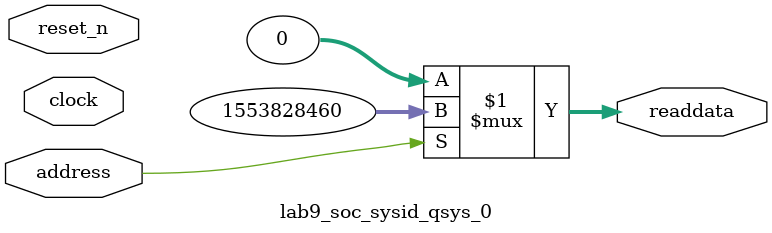
<source format=v>



// synthesis translate_off
`timescale 1ns / 1ps
// synthesis translate_on

// turn off superfluous verilog processor warnings 
// altera message_level Level1 
// altera message_off 10034 10035 10036 10037 10230 10240 10030 

module lab9_soc_sysid_qsys_0 (
               // inputs:
                address,
                clock,
                reset_n,

               // outputs:
                readdata
             )
;

  output  [ 31: 0] readdata;
  input            address;
  input            clock;
  input            reset_n;

  wire    [ 31: 0] readdata;
  //control_slave, which is an e_avalon_slave
  assign readdata = address ? 1553828460 : 0;

endmodule



</source>
